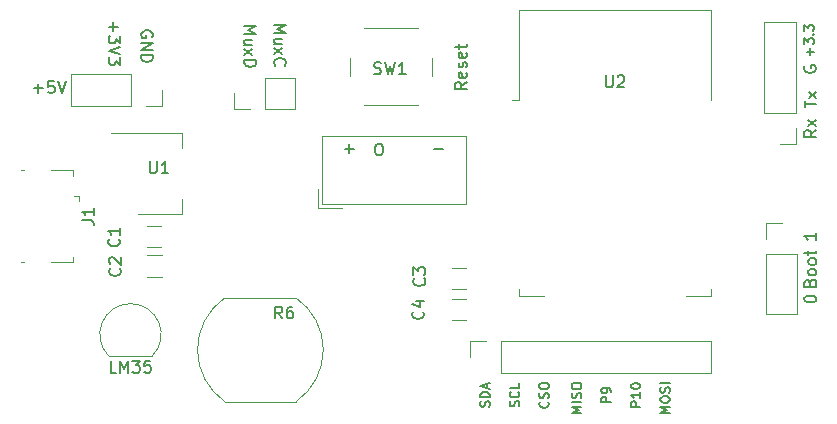
<source format=gbr>
%TF.GenerationSoftware,KiCad,Pcbnew,(5.1.5)-3*%
%TF.CreationDate,2021-01-03T00:19:50+13:00*%
%TF.ProjectId,SensorNodeCircuit,53656e73-6f72-44e6-9f64-654369726375,rev?*%
%TF.SameCoordinates,Original*%
%TF.FileFunction,Legend,Top*%
%TF.FilePolarity,Positive*%
%FSLAX46Y46*%
G04 Gerber Fmt 4.6, Leading zero omitted, Abs format (unit mm)*
G04 Created by KiCad (PCBNEW (5.1.5)-3) date 2021-01-03 00:19:50*
%MOMM*%
%LPD*%
G04 APERTURE LIST*
%ADD10C,0.150000*%
%ADD11C,0.120000*%
G04 APERTURE END LIST*
D10*
X102714285Y-83071428D02*
X103476190Y-83071428D01*
X103095238Y-83452380D02*
X103095238Y-82690476D01*
X104428571Y-82452380D02*
X103952380Y-82452380D01*
X103904761Y-82928571D01*
X103952380Y-82880952D01*
X104047619Y-82833333D01*
X104285714Y-82833333D01*
X104380952Y-82880952D01*
X104428571Y-82928571D01*
X104476190Y-83023809D01*
X104476190Y-83261904D01*
X104428571Y-83357142D01*
X104380952Y-83404761D01*
X104285714Y-83452380D01*
X104047619Y-83452380D01*
X103952380Y-83404761D01*
X103904761Y-83357142D01*
X104761904Y-82452380D02*
X105095238Y-83452380D01*
X105428571Y-82452380D01*
X156561904Y-110557142D02*
X155761904Y-110557142D01*
X156333333Y-110290476D01*
X155761904Y-110023809D01*
X156561904Y-110023809D01*
X155761904Y-109490476D02*
X155761904Y-109338095D01*
X155800000Y-109261904D01*
X155876190Y-109185714D01*
X156028571Y-109147619D01*
X156295238Y-109147619D01*
X156447619Y-109185714D01*
X156523809Y-109261904D01*
X156561904Y-109338095D01*
X156561904Y-109490476D01*
X156523809Y-109566666D01*
X156447619Y-109642857D01*
X156295238Y-109680952D01*
X156028571Y-109680952D01*
X155876190Y-109642857D01*
X155800000Y-109566666D01*
X155761904Y-109490476D01*
X156523809Y-108842857D02*
X156561904Y-108728571D01*
X156561904Y-108538095D01*
X156523809Y-108461904D01*
X156485714Y-108423809D01*
X156409523Y-108385714D01*
X156333333Y-108385714D01*
X156257142Y-108423809D01*
X156219047Y-108461904D01*
X156180952Y-108538095D01*
X156142857Y-108690476D01*
X156104761Y-108766666D01*
X156066666Y-108804761D01*
X155990476Y-108842857D01*
X155914285Y-108842857D01*
X155838095Y-108804761D01*
X155800000Y-108766666D01*
X155761904Y-108690476D01*
X155761904Y-108500000D01*
X155800000Y-108385714D01*
X156561904Y-108042857D02*
X155761904Y-108042857D01*
X154061904Y-110021428D02*
X153261904Y-110021428D01*
X153261904Y-109716666D01*
X153300000Y-109640476D01*
X153338095Y-109602380D01*
X153414285Y-109564285D01*
X153528571Y-109564285D01*
X153604761Y-109602380D01*
X153642857Y-109640476D01*
X153680952Y-109716666D01*
X153680952Y-110021428D01*
X154061904Y-108802380D02*
X154061904Y-109259523D01*
X154061904Y-109030952D02*
X153261904Y-109030952D01*
X153376190Y-109107142D01*
X153452380Y-109183333D01*
X153490476Y-109259523D01*
X153261904Y-108307142D02*
X153261904Y-108230952D01*
X153300000Y-108154761D01*
X153338095Y-108116666D01*
X153414285Y-108078571D01*
X153566666Y-108040476D01*
X153757142Y-108040476D01*
X153909523Y-108078571D01*
X153985714Y-108116666D01*
X154023809Y-108154761D01*
X154061904Y-108230952D01*
X154061904Y-108307142D01*
X154023809Y-108383333D01*
X153985714Y-108421428D01*
X153909523Y-108459523D01*
X153757142Y-108497619D01*
X153566666Y-108497619D01*
X153414285Y-108459523D01*
X153338095Y-108421428D01*
X153300000Y-108383333D01*
X153261904Y-108307142D01*
X151561904Y-109640476D02*
X150761904Y-109640476D01*
X150761904Y-109335714D01*
X150800000Y-109259523D01*
X150838095Y-109221428D01*
X150914285Y-109183333D01*
X151028571Y-109183333D01*
X151104761Y-109221428D01*
X151142857Y-109259523D01*
X151180952Y-109335714D01*
X151180952Y-109640476D01*
X151561904Y-108802380D02*
X151561904Y-108650000D01*
X151523809Y-108573809D01*
X151485714Y-108535714D01*
X151371428Y-108459523D01*
X151219047Y-108421428D01*
X150914285Y-108421428D01*
X150838095Y-108459523D01*
X150800000Y-108497619D01*
X150761904Y-108573809D01*
X150761904Y-108726190D01*
X150800000Y-108802380D01*
X150838095Y-108840476D01*
X150914285Y-108878571D01*
X151104761Y-108878571D01*
X151180952Y-108840476D01*
X151219047Y-108802380D01*
X151257142Y-108726190D01*
X151257142Y-108573809D01*
X151219047Y-108497619D01*
X151180952Y-108459523D01*
X151104761Y-108421428D01*
X149061904Y-110557142D02*
X148261904Y-110557142D01*
X148833333Y-110290476D01*
X148261904Y-110023809D01*
X149061904Y-110023809D01*
X149061904Y-109642857D02*
X148261904Y-109642857D01*
X149023809Y-109300000D02*
X149061904Y-109185714D01*
X149061904Y-108995238D01*
X149023809Y-108919047D01*
X148985714Y-108880952D01*
X148909523Y-108842857D01*
X148833333Y-108842857D01*
X148757142Y-108880952D01*
X148719047Y-108919047D01*
X148680952Y-108995238D01*
X148642857Y-109147619D01*
X148604761Y-109223809D01*
X148566666Y-109261904D01*
X148490476Y-109300000D01*
X148414285Y-109300000D01*
X148338095Y-109261904D01*
X148300000Y-109223809D01*
X148261904Y-109147619D01*
X148261904Y-108957142D01*
X148300000Y-108842857D01*
X148261904Y-108347619D02*
X148261904Y-108195238D01*
X148300000Y-108119047D01*
X148376190Y-108042857D01*
X148528571Y-108004761D01*
X148795238Y-108004761D01*
X148947619Y-108042857D01*
X149023809Y-108119047D01*
X149061904Y-108195238D01*
X149061904Y-108347619D01*
X149023809Y-108423809D01*
X148947619Y-108500000D01*
X148795238Y-108538095D01*
X148528571Y-108538095D01*
X148376190Y-108500000D01*
X148300000Y-108423809D01*
X148261904Y-108347619D01*
X146235714Y-109602380D02*
X146273809Y-109640476D01*
X146311904Y-109754761D01*
X146311904Y-109830952D01*
X146273809Y-109945238D01*
X146197619Y-110021428D01*
X146121428Y-110059523D01*
X145969047Y-110097619D01*
X145854761Y-110097619D01*
X145702380Y-110059523D01*
X145626190Y-110021428D01*
X145550000Y-109945238D01*
X145511904Y-109830952D01*
X145511904Y-109754761D01*
X145550000Y-109640476D01*
X145588095Y-109602380D01*
X146273809Y-109297619D02*
X146311904Y-109183333D01*
X146311904Y-108992857D01*
X146273809Y-108916666D01*
X146235714Y-108878571D01*
X146159523Y-108840476D01*
X146083333Y-108840476D01*
X146007142Y-108878571D01*
X145969047Y-108916666D01*
X145930952Y-108992857D01*
X145892857Y-109145238D01*
X145854761Y-109221428D01*
X145816666Y-109259523D01*
X145740476Y-109297619D01*
X145664285Y-109297619D01*
X145588095Y-109259523D01*
X145550000Y-109221428D01*
X145511904Y-109145238D01*
X145511904Y-108954761D01*
X145550000Y-108840476D01*
X145511904Y-108345238D02*
X145511904Y-108192857D01*
X145550000Y-108116666D01*
X145626190Y-108040476D01*
X145778571Y-108002380D01*
X146045238Y-108002380D01*
X146197619Y-108040476D01*
X146273809Y-108116666D01*
X146311904Y-108192857D01*
X146311904Y-108345238D01*
X146273809Y-108421428D01*
X146197619Y-108497619D01*
X146045238Y-108535714D01*
X145778571Y-108535714D01*
X145626190Y-108497619D01*
X145550000Y-108421428D01*
X145511904Y-108345238D01*
X143773809Y-110002380D02*
X143811904Y-109888095D01*
X143811904Y-109697619D01*
X143773809Y-109621428D01*
X143735714Y-109583333D01*
X143659523Y-109545238D01*
X143583333Y-109545238D01*
X143507142Y-109583333D01*
X143469047Y-109621428D01*
X143430952Y-109697619D01*
X143392857Y-109850000D01*
X143354761Y-109926190D01*
X143316666Y-109964285D01*
X143240476Y-110002380D01*
X143164285Y-110002380D01*
X143088095Y-109964285D01*
X143050000Y-109926190D01*
X143011904Y-109850000D01*
X143011904Y-109659523D01*
X143050000Y-109545238D01*
X143735714Y-108745238D02*
X143773809Y-108783333D01*
X143811904Y-108897619D01*
X143811904Y-108973809D01*
X143773809Y-109088095D01*
X143697619Y-109164285D01*
X143621428Y-109202380D01*
X143469047Y-109240476D01*
X143354761Y-109240476D01*
X143202380Y-109202380D01*
X143126190Y-109164285D01*
X143050000Y-109088095D01*
X143011904Y-108973809D01*
X143011904Y-108897619D01*
X143050000Y-108783333D01*
X143088095Y-108745238D01*
X143811904Y-108021428D02*
X143811904Y-108402380D01*
X143011904Y-108402380D01*
X141273809Y-110021428D02*
X141311904Y-109907142D01*
X141311904Y-109716666D01*
X141273809Y-109640476D01*
X141235714Y-109602380D01*
X141159523Y-109564285D01*
X141083333Y-109564285D01*
X141007142Y-109602380D01*
X140969047Y-109640476D01*
X140930952Y-109716666D01*
X140892857Y-109869047D01*
X140854761Y-109945238D01*
X140816666Y-109983333D01*
X140740476Y-110021428D01*
X140664285Y-110021428D01*
X140588095Y-109983333D01*
X140550000Y-109945238D01*
X140511904Y-109869047D01*
X140511904Y-109678571D01*
X140550000Y-109564285D01*
X141311904Y-109221428D02*
X140511904Y-109221428D01*
X140511904Y-109030952D01*
X140550000Y-108916666D01*
X140626190Y-108840476D01*
X140702380Y-108802380D01*
X140854761Y-108764285D01*
X140969047Y-108764285D01*
X141121428Y-108802380D01*
X141197619Y-108840476D01*
X141273809Y-108916666D01*
X141311904Y-109030952D01*
X141311904Y-109221428D01*
X141083333Y-108459523D02*
X141083333Y-108078571D01*
X141311904Y-108535714D02*
X140511904Y-108269047D01*
X141311904Y-108002380D01*
X168428571Y-99519047D02*
X168476190Y-99376190D01*
X168523809Y-99328571D01*
X168619047Y-99280952D01*
X168761904Y-99280952D01*
X168857142Y-99328571D01*
X168904761Y-99376190D01*
X168952380Y-99471428D01*
X168952380Y-99852380D01*
X167952380Y-99852380D01*
X167952380Y-99519047D01*
X168000000Y-99423809D01*
X168047619Y-99376190D01*
X168142857Y-99328571D01*
X168238095Y-99328571D01*
X168333333Y-99376190D01*
X168380952Y-99423809D01*
X168428571Y-99519047D01*
X168428571Y-99852380D01*
X168952380Y-98709523D02*
X168904761Y-98804761D01*
X168857142Y-98852380D01*
X168761904Y-98900000D01*
X168476190Y-98900000D01*
X168380952Y-98852380D01*
X168333333Y-98804761D01*
X168285714Y-98709523D01*
X168285714Y-98566666D01*
X168333333Y-98471428D01*
X168380952Y-98423809D01*
X168476190Y-98376190D01*
X168761904Y-98376190D01*
X168857142Y-98423809D01*
X168904761Y-98471428D01*
X168952380Y-98566666D01*
X168952380Y-98709523D01*
X168952380Y-97804761D02*
X168904761Y-97900000D01*
X168857142Y-97947619D01*
X168761904Y-97995238D01*
X168476190Y-97995238D01*
X168380952Y-97947619D01*
X168333333Y-97900000D01*
X168285714Y-97804761D01*
X168285714Y-97661904D01*
X168333333Y-97566666D01*
X168380952Y-97519047D01*
X168476190Y-97471428D01*
X168761904Y-97471428D01*
X168857142Y-97519047D01*
X168904761Y-97566666D01*
X168952380Y-97661904D01*
X168952380Y-97804761D01*
X168285714Y-97185714D02*
X168285714Y-96804761D01*
X167952380Y-97042857D02*
X168809523Y-97042857D01*
X168904761Y-96995238D01*
X168952380Y-96900000D01*
X168952380Y-96804761D01*
X120547619Y-77809523D02*
X121547619Y-77809523D01*
X120833333Y-78142857D01*
X121547619Y-78476190D01*
X120547619Y-78476190D01*
X121214285Y-79380952D02*
X120547619Y-79380952D01*
X121214285Y-78952380D02*
X120690476Y-78952380D01*
X120595238Y-79000000D01*
X120547619Y-79095238D01*
X120547619Y-79238095D01*
X120595238Y-79333333D01*
X120642857Y-79380952D01*
X120547619Y-79761904D02*
X121214285Y-80285714D01*
X121214285Y-79761904D02*
X120547619Y-80285714D01*
X120547619Y-80666666D02*
X121547619Y-80666666D01*
X121547619Y-80904761D01*
X121500000Y-81047619D01*
X121404761Y-81142857D01*
X121309523Y-81190476D01*
X121119047Y-81238095D01*
X120976190Y-81238095D01*
X120785714Y-81190476D01*
X120690476Y-81142857D01*
X120595238Y-81047619D01*
X120547619Y-80904761D01*
X120547619Y-80666666D01*
X123047619Y-77709523D02*
X124047619Y-77709523D01*
X123333333Y-78042857D01*
X124047619Y-78376190D01*
X123047619Y-78376190D01*
X123714285Y-79280952D02*
X123047619Y-79280952D01*
X123714285Y-78852380D02*
X123190476Y-78852380D01*
X123095238Y-78900000D01*
X123047619Y-78995238D01*
X123047619Y-79138095D01*
X123095238Y-79233333D01*
X123142857Y-79280952D01*
X123047619Y-79661904D02*
X123714285Y-80185714D01*
X123714285Y-79661904D02*
X123047619Y-80185714D01*
X123142857Y-81138095D02*
X123095238Y-81090476D01*
X123047619Y-80947619D01*
X123047619Y-80852380D01*
X123095238Y-80709523D01*
X123190476Y-80614285D01*
X123285714Y-80566666D01*
X123476190Y-80519047D01*
X123619047Y-80519047D01*
X123809523Y-80566666D01*
X123904761Y-80614285D01*
X124000000Y-80709523D01*
X124047619Y-80852380D01*
X124047619Y-80947619D01*
X124000000Y-81090476D01*
X123952380Y-81138095D01*
X167952380Y-100947619D02*
X167952380Y-100852380D01*
X168000000Y-100757142D01*
X168047619Y-100709523D01*
X168142857Y-100661904D01*
X168333333Y-100614285D01*
X168571428Y-100614285D01*
X168761904Y-100661904D01*
X168857142Y-100709523D01*
X168904761Y-100757142D01*
X168952380Y-100852380D01*
X168952380Y-100947619D01*
X168904761Y-101042857D01*
X168857142Y-101090476D01*
X168761904Y-101138095D01*
X168571428Y-101185714D01*
X168333333Y-101185714D01*
X168142857Y-101138095D01*
X168047619Y-101090476D01*
X168000000Y-101042857D01*
X167952380Y-100947619D01*
X168952380Y-95314285D02*
X168952380Y-95885714D01*
X168952380Y-95600000D02*
X167952380Y-95600000D01*
X168095238Y-95695238D01*
X168190476Y-95790476D01*
X168238095Y-95885714D01*
X168457142Y-80257142D02*
X168457142Y-79647619D01*
X168761904Y-79952380D02*
X168152380Y-79952380D01*
X167961904Y-79342857D02*
X167961904Y-78847619D01*
X168266666Y-79114285D01*
X168266666Y-79000000D01*
X168304761Y-78923809D01*
X168342857Y-78885714D01*
X168419047Y-78847619D01*
X168609523Y-78847619D01*
X168685714Y-78885714D01*
X168723809Y-78923809D01*
X168761904Y-79000000D01*
X168761904Y-79228571D01*
X168723809Y-79304761D01*
X168685714Y-79342857D01*
X168685714Y-78504761D02*
X168723809Y-78466666D01*
X168761904Y-78504761D01*
X168723809Y-78542857D01*
X168685714Y-78504761D01*
X168761904Y-78504761D01*
X167961904Y-78200000D02*
X167961904Y-77704761D01*
X168266666Y-77971428D01*
X168266666Y-77857142D01*
X168304761Y-77780952D01*
X168342857Y-77742857D01*
X168419047Y-77704761D01*
X168609523Y-77704761D01*
X168685714Y-77742857D01*
X168723809Y-77780952D01*
X168761904Y-77857142D01*
X168761904Y-78085714D01*
X168723809Y-78161904D01*
X168685714Y-78200000D01*
X167977200Y-81180895D02*
X167929580Y-81276133D01*
X167929580Y-81418990D01*
X167977200Y-81561847D01*
X168072438Y-81657085D01*
X168167676Y-81704704D01*
X168358152Y-81752323D01*
X168501009Y-81752323D01*
X168691485Y-81704704D01*
X168786723Y-81657085D01*
X168881961Y-81561847D01*
X168929580Y-81418990D01*
X168929580Y-81323752D01*
X168881961Y-81180895D01*
X168834342Y-81133276D01*
X168501009Y-81133276D01*
X168501009Y-81323752D01*
X167980380Y-84673276D02*
X167980380Y-84101847D01*
X168980380Y-84387561D02*
X167980380Y-84387561D01*
X168980380Y-83863752D02*
X168313714Y-83339942D01*
X168313714Y-83863752D02*
X168980380Y-83339942D01*
X168952380Y-86595238D02*
X168476190Y-86928571D01*
X168952380Y-87166666D02*
X167952380Y-87166666D01*
X167952380Y-86785714D01*
X168000000Y-86690476D01*
X168047619Y-86642857D01*
X168142857Y-86595238D01*
X168285714Y-86595238D01*
X168380952Y-86642857D01*
X168428571Y-86690476D01*
X168476190Y-86785714D01*
X168476190Y-87166666D01*
X168952380Y-86261904D02*
X168285714Y-85738095D01*
X168285714Y-86261904D02*
X168952380Y-85738095D01*
X139352380Y-82538095D02*
X138876190Y-82871428D01*
X139352380Y-83109523D02*
X138352380Y-83109523D01*
X138352380Y-82728571D01*
X138400000Y-82633333D01*
X138447619Y-82585714D01*
X138542857Y-82538095D01*
X138685714Y-82538095D01*
X138780952Y-82585714D01*
X138828571Y-82633333D01*
X138876190Y-82728571D01*
X138876190Y-83109523D01*
X139304761Y-81728571D02*
X139352380Y-81823809D01*
X139352380Y-82014285D01*
X139304761Y-82109523D01*
X139209523Y-82157142D01*
X138828571Y-82157142D01*
X138733333Y-82109523D01*
X138685714Y-82014285D01*
X138685714Y-81823809D01*
X138733333Y-81728571D01*
X138828571Y-81680952D01*
X138923809Y-81680952D01*
X139019047Y-82157142D01*
X139304761Y-81300000D02*
X139352380Y-81204761D01*
X139352380Y-81014285D01*
X139304761Y-80919047D01*
X139209523Y-80871428D01*
X139161904Y-80871428D01*
X139066666Y-80919047D01*
X139019047Y-81014285D01*
X139019047Y-81157142D01*
X138971428Y-81252380D01*
X138876190Y-81300000D01*
X138828571Y-81300000D01*
X138733333Y-81252380D01*
X138685714Y-81157142D01*
X138685714Y-81014285D01*
X138733333Y-80919047D01*
X139304761Y-80061904D02*
X139352380Y-80157142D01*
X139352380Y-80347619D01*
X139304761Y-80442857D01*
X139209523Y-80490476D01*
X138828571Y-80490476D01*
X138733333Y-80442857D01*
X138685714Y-80347619D01*
X138685714Y-80157142D01*
X138733333Y-80061904D01*
X138828571Y-80014285D01*
X138923809Y-80014285D01*
X139019047Y-80490476D01*
X138685714Y-79728571D02*
X138685714Y-79347619D01*
X138352380Y-79585714D02*
X139209523Y-79585714D01*
X139304761Y-79538095D01*
X139352380Y-79442857D01*
X139352380Y-79347619D01*
X109428571Y-77488095D02*
X109428571Y-78250000D01*
X109047619Y-77869047D02*
X109809523Y-77869047D01*
X110047619Y-78630952D02*
X110047619Y-79250000D01*
X109666666Y-78916666D01*
X109666666Y-79059523D01*
X109619047Y-79154761D01*
X109571428Y-79202380D01*
X109476190Y-79250000D01*
X109238095Y-79250000D01*
X109142857Y-79202380D01*
X109095238Y-79154761D01*
X109047619Y-79059523D01*
X109047619Y-78773809D01*
X109095238Y-78678571D01*
X109142857Y-78630952D01*
X110047619Y-79535714D02*
X109047619Y-79869047D01*
X110047619Y-80202380D01*
X110047619Y-80440476D02*
X110047619Y-81059523D01*
X109666666Y-80726190D01*
X109666666Y-80869047D01*
X109619047Y-80964285D01*
X109571428Y-81011904D01*
X109476190Y-81059523D01*
X109238095Y-81059523D01*
X109142857Y-81011904D01*
X109095238Y-80964285D01*
X109047619Y-80869047D01*
X109047619Y-80583333D01*
X109095238Y-80488095D01*
X109142857Y-80440476D01*
X112750000Y-78738095D02*
X112797619Y-78642857D01*
X112797619Y-78500000D01*
X112750000Y-78357142D01*
X112654761Y-78261904D01*
X112559523Y-78214285D01*
X112369047Y-78166666D01*
X112226190Y-78166666D01*
X112035714Y-78214285D01*
X111940476Y-78261904D01*
X111845238Y-78357142D01*
X111797619Y-78500000D01*
X111797619Y-78595238D01*
X111845238Y-78738095D01*
X111892857Y-78785714D01*
X112226190Y-78785714D01*
X112226190Y-78595238D01*
X111797619Y-79214285D02*
X112797619Y-79214285D01*
X111797619Y-79785714D01*
X112797619Y-79785714D01*
X111797619Y-80261904D02*
X112797619Y-80261904D01*
X112797619Y-80500000D01*
X112750000Y-80642857D01*
X112654761Y-80738095D01*
X112559523Y-80785714D01*
X112369047Y-80833333D01*
X112226190Y-80833333D01*
X112035714Y-80785714D01*
X111940476Y-80738095D01*
X111845238Y-80642857D01*
X111797619Y-80500000D01*
X111797619Y-80261904D01*
D11*
X112299936Y-96542000D02*
X113504064Y-96542000D01*
X112299936Y-94722000D02*
X113504064Y-94722000D01*
X112337436Y-97222000D02*
X113541564Y-97222000D01*
X112337436Y-99042000D02*
X113541564Y-99042000D01*
X139318564Y-98270000D02*
X138114436Y-98270000D01*
X139318564Y-100090000D02*
X138114436Y-100090000D01*
X139289564Y-102710000D02*
X138085436Y-102710000D01*
X139289564Y-100890000D02*
X138085436Y-100890000D01*
X106000000Y-90000000D02*
X106000000Y-90450000D01*
X104150000Y-90000000D02*
X106000000Y-90000000D01*
X101600000Y-97800000D02*
X101850000Y-97800000D01*
X101600000Y-90000000D02*
X101850000Y-90000000D01*
X104150000Y-97800000D02*
X106000000Y-97800000D01*
X106000000Y-97800000D02*
X106000000Y-97350000D01*
X106550000Y-92200000D02*
X106550000Y-92650000D01*
X106550000Y-92200000D02*
X106100000Y-92200000D01*
X167230000Y-77480000D02*
X164570000Y-77480000D01*
X167230000Y-85160000D02*
X167230000Y-77480000D01*
X164570000Y-85160000D02*
X164570000Y-77480000D01*
X167230000Y-85160000D02*
X164570000Y-85160000D01*
X167230000Y-86430000D02*
X167230000Y-87760000D01*
X167230000Y-87760000D02*
X165900000Y-87760000D01*
X142230000Y-107130000D02*
X142230000Y-104470000D01*
X142230000Y-107130000D02*
X160070000Y-107130000D01*
X160070000Y-107130000D02*
X160070000Y-104470000D01*
X142230000Y-104470000D02*
X160070000Y-104470000D01*
X139630000Y-104470000D02*
X140960000Y-104470000D01*
X139630000Y-105800000D02*
X139630000Y-104470000D01*
X164706000Y-102198000D02*
X167366000Y-102198000D01*
X164706000Y-97058000D02*
X164706000Y-102198000D01*
X167366000Y-97058000D02*
X167366000Y-102198000D01*
X164706000Y-97058000D02*
X167366000Y-97058000D01*
X164706000Y-95788000D02*
X164706000Y-94458000D01*
X164706000Y-94458000D02*
X166036000Y-94458000D01*
X110970000Y-81870000D02*
X110970000Y-84530000D01*
X110970000Y-81870000D02*
X105830000Y-81870000D01*
X105830000Y-81870000D02*
X105830000Y-84530000D01*
X110970000Y-84530000D02*
X105830000Y-84530000D01*
X113570000Y-84530000D02*
X112240000Y-84530000D01*
X113570000Y-83200000D02*
X113570000Y-84530000D01*
X124870000Y-84830000D02*
X124870000Y-82170000D01*
X122270000Y-84830000D02*
X124870000Y-84830000D01*
X122270000Y-82170000D02*
X124870000Y-82170000D01*
X122270000Y-84830000D02*
X122270000Y-82170000D01*
X121000000Y-84830000D02*
X119670000Y-84830000D01*
X119670000Y-84830000D02*
X119670000Y-83500000D01*
X118900000Y-109600000D02*
X124900000Y-109600000D01*
X118900000Y-100800000D02*
X124900000Y-100800000D01*
X118867350Y-100822440D02*
G75*
G03X118900000Y-109600000I3032650J-4377560D01*
G01*
X124932650Y-109577560D02*
G75*
G03X124900000Y-100800000I-3032650J4377560D01*
G01*
X115260000Y-93710000D02*
X115260000Y-92450000D01*
X115260000Y-86890000D02*
X115260000Y-88150000D01*
X111500000Y-93710000D02*
X115260000Y-93710000D01*
X109250000Y-86890000D02*
X115260000Y-86890000D01*
X143771001Y-76451001D02*
X160011001Y-76451001D01*
X160011001Y-76451001D02*
X160011001Y-84071001D01*
X160011001Y-100071001D02*
X160011001Y-100691001D01*
X160011001Y-100691001D02*
X157891001Y-100691001D01*
X145891001Y-100691001D02*
X143771001Y-100691001D01*
X143771001Y-100691001D02*
X143771001Y-100071001D01*
X143771001Y-84071001D02*
X143771001Y-76451001D01*
X143771001Y-84071001D02*
X143161001Y-84071001D01*
X109100000Y-105750000D02*
X112700000Y-105750000D01*
X109061522Y-105738478D02*
G75*
G02X110900000Y-101300000I1838478J1838478D01*
G01*
X112738478Y-105738478D02*
G75*
G03X110900000Y-101300000I-1838478J1838478D01*
G01*
X127080000Y-92870000D02*
X127080000Y-87130000D01*
X127080000Y-87120000D02*
X139340000Y-87120000D01*
X139340000Y-87120000D02*
X139340000Y-92880000D01*
X139340000Y-92880000D02*
X127090000Y-92880000D01*
X126800000Y-93160000D02*
X128800000Y-93160000D01*
X126800000Y-93160000D02*
X126800000Y-91550000D01*
X135200000Y-78000000D02*
X130700000Y-78000000D01*
X136450000Y-82000000D02*
X136450000Y-80500000D01*
X130700000Y-84500000D02*
X135200000Y-84500000D01*
X129450000Y-80500000D02*
X129450000Y-82000000D01*
D10*
X109909142Y-95838666D02*
X109956761Y-95886285D01*
X110004380Y-96029142D01*
X110004380Y-96124380D01*
X109956761Y-96267238D01*
X109861523Y-96362476D01*
X109766285Y-96410095D01*
X109575809Y-96457714D01*
X109432952Y-96457714D01*
X109242476Y-96410095D01*
X109147238Y-96362476D01*
X109052000Y-96267238D01*
X109004380Y-96124380D01*
X109004380Y-96029142D01*
X109052000Y-95886285D01*
X109099619Y-95838666D01*
X110004380Y-94886285D02*
X110004380Y-95457714D01*
X110004380Y-95172000D02*
X109004380Y-95172000D01*
X109147238Y-95267238D01*
X109242476Y-95362476D01*
X109290095Y-95457714D01*
X109989142Y-98318666D02*
X110036761Y-98366285D01*
X110084380Y-98509142D01*
X110084380Y-98604380D01*
X110036761Y-98747238D01*
X109941523Y-98842476D01*
X109846285Y-98890095D01*
X109655809Y-98937714D01*
X109512952Y-98937714D01*
X109322476Y-98890095D01*
X109227238Y-98842476D01*
X109132000Y-98747238D01*
X109084380Y-98604380D01*
X109084380Y-98509142D01*
X109132000Y-98366285D01*
X109179619Y-98318666D01*
X109179619Y-97937714D02*
X109132000Y-97890095D01*
X109084380Y-97794857D01*
X109084380Y-97556761D01*
X109132000Y-97461523D01*
X109179619Y-97413904D01*
X109274857Y-97366285D01*
X109370095Y-97366285D01*
X109512952Y-97413904D01*
X110084380Y-97985333D01*
X110084380Y-97366285D01*
X135757142Y-99166666D02*
X135804761Y-99214285D01*
X135852380Y-99357142D01*
X135852380Y-99452380D01*
X135804761Y-99595238D01*
X135709523Y-99690476D01*
X135614285Y-99738095D01*
X135423809Y-99785714D01*
X135280952Y-99785714D01*
X135090476Y-99738095D01*
X134995238Y-99690476D01*
X134900000Y-99595238D01*
X134852380Y-99452380D01*
X134852380Y-99357142D01*
X134900000Y-99214285D01*
X134947619Y-99166666D01*
X134852380Y-98833333D02*
X134852380Y-98214285D01*
X135233333Y-98547619D01*
X135233333Y-98404761D01*
X135280952Y-98309523D01*
X135328571Y-98261904D01*
X135423809Y-98214285D01*
X135661904Y-98214285D01*
X135757142Y-98261904D01*
X135804761Y-98309523D01*
X135852380Y-98404761D01*
X135852380Y-98690476D01*
X135804761Y-98785714D01*
X135757142Y-98833333D01*
X135657142Y-101966666D02*
X135704761Y-102014285D01*
X135752380Y-102157142D01*
X135752380Y-102252380D01*
X135704761Y-102395238D01*
X135609523Y-102490476D01*
X135514285Y-102538095D01*
X135323809Y-102585714D01*
X135180952Y-102585714D01*
X134990476Y-102538095D01*
X134895238Y-102490476D01*
X134800000Y-102395238D01*
X134752380Y-102252380D01*
X134752380Y-102157142D01*
X134800000Y-102014285D01*
X134847619Y-101966666D01*
X135085714Y-101109523D02*
X135752380Y-101109523D01*
X134704761Y-101347619D02*
X135419047Y-101585714D01*
X135419047Y-100966666D01*
X106802380Y-94233333D02*
X107516666Y-94233333D01*
X107659523Y-94280952D01*
X107754761Y-94376190D01*
X107802380Y-94519047D01*
X107802380Y-94614285D01*
X107802380Y-93233333D02*
X107802380Y-93804761D01*
X107802380Y-93519047D02*
X106802380Y-93519047D01*
X106945238Y-93614285D01*
X107040476Y-93709523D01*
X107088095Y-93804761D01*
X123733333Y-102556380D02*
X123400000Y-102080190D01*
X123161904Y-102556380D02*
X123161904Y-101556380D01*
X123542857Y-101556380D01*
X123638095Y-101604000D01*
X123685714Y-101651619D01*
X123733333Y-101746857D01*
X123733333Y-101889714D01*
X123685714Y-101984952D01*
X123638095Y-102032571D01*
X123542857Y-102080190D01*
X123161904Y-102080190D01*
X124590476Y-101556380D02*
X124400000Y-101556380D01*
X124304761Y-101604000D01*
X124257142Y-101651619D01*
X124161904Y-101794476D01*
X124114285Y-101984952D01*
X124114285Y-102365904D01*
X124161904Y-102461142D01*
X124209523Y-102508761D01*
X124304761Y-102556380D01*
X124495238Y-102556380D01*
X124590476Y-102508761D01*
X124638095Y-102461142D01*
X124685714Y-102365904D01*
X124685714Y-102127809D01*
X124638095Y-102032571D01*
X124590476Y-101984952D01*
X124495238Y-101937333D01*
X124304761Y-101937333D01*
X124209523Y-101984952D01*
X124161904Y-102032571D01*
X124114285Y-102127809D01*
X112538095Y-89252380D02*
X112538095Y-90061904D01*
X112585714Y-90157142D01*
X112633333Y-90204761D01*
X112728571Y-90252380D01*
X112919047Y-90252380D01*
X113014285Y-90204761D01*
X113061904Y-90157142D01*
X113109523Y-90061904D01*
X113109523Y-89252380D01*
X114109523Y-90252380D02*
X113538095Y-90252380D01*
X113823809Y-90252380D02*
X113823809Y-89252380D01*
X113728571Y-89395238D01*
X113633333Y-89490476D01*
X113538095Y-89538095D01*
X151152895Y-81978780D02*
X151152895Y-82788304D01*
X151200514Y-82883542D01*
X151248133Y-82931161D01*
X151343371Y-82978780D01*
X151533847Y-82978780D01*
X151629085Y-82931161D01*
X151676704Y-82883542D01*
X151724323Y-82788304D01*
X151724323Y-81978780D01*
X152152895Y-82074019D02*
X152200514Y-82026400D01*
X152295752Y-81978780D01*
X152533847Y-81978780D01*
X152629085Y-82026400D01*
X152676704Y-82074019D01*
X152724323Y-82169257D01*
X152724323Y-82264495D01*
X152676704Y-82407352D01*
X152105276Y-82978780D01*
X152724323Y-82978780D01*
X109685714Y-107142380D02*
X109209523Y-107142380D01*
X109209523Y-106142380D01*
X110019047Y-107142380D02*
X110019047Y-106142380D01*
X110352380Y-106856666D01*
X110685714Y-106142380D01*
X110685714Y-107142380D01*
X111066666Y-106142380D02*
X111685714Y-106142380D01*
X111352380Y-106523333D01*
X111495238Y-106523333D01*
X111590476Y-106570952D01*
X111638095Y-106618571D01*
X111685714Y-106713809D01*
X111685714Y-106951904D01*
X111638095Y-107047142D01*
X111590476Y-107094761D01*
X111495238Y-107142380D01*
X111209523Y-107142380D01*
X111114285Y-107094761D01*
X111066666Y-107047142D01*
X112590476Y-106142380D02*
X112114285Y-106142380D01*
X112066666Y-106618571D01*
X112114285Y-106570952D01*
X112209523Y-106523333D01*
X112447619Y-106523333D01*
X112542857Y-106570952D01*
X112590476Y-106618571D01*
X112638095Y-106713809D01*
X112638095Y-106951904D01*
X112590476Y-107047142D01*
X112542857Y-107094761D01*
X112447619Y-107142380D01*
X112209523Y-107142380D01*
X112114285Y-107094761D01*
X112066666Y-107047142D01*
X129421428Y-88580952D02*
X129421428Y-87819047D01*
X129802380Y-88200000D02*
X129040476Y-88200000D01*
X136569047Y-88171428D02*
X137330952Y-88171428D01*
X131854761Y-87752380D02*
X132045238Y-87752380D01*
X132140476Y-87800000D01*
X132235714Y-87895238D01*
X132283333Y-88085714D01*
X132283333Y-88419047D01*
X132235714Y-88609523D01*
X132140476Y-88704761D01*
X132045238Y-88752380D01*
X131854761Y-88752380D01*
X131759523Y-88704761D01*
X131664285Y-88609523D01*
X131616666Y-88419047D01*
X131616666Y-88085714D01*
X131664285Y-87895238D01*
X131759523Y-87800000D01*
X131854761Y-87752380D01*
X131537466Y-81816361D02*
X131680323Y-81863980D01*
X131918419Y-81863980D01*
X132013657Y-81816361D01*
X132061276Y-81768742D01*
X132108895Y-81673504D01*
X132108895Y-81578266D01*
X132061276Y-81483028D01*
X132013657Y-81435409D01*
X131918419Y-81387790D01*
X131727942Y-81340171D01*
X131632704Y-81292552D01*
X131585085Y-81244933D01*
X131537466Y-81149695D01*
X131537466Y-81054457D01*
X131585085Y-80959219D01*
X131632704Y-80911600D01*
X131727942Y-80863980D01*
X131966038Y-80863980D01*
X132108895Y-80911600D01*
X132442228Y-80863980D02*
X132680323Y-81863980D01*
X132870800Y-81149695D01*
X133061276Y-81863980D01*
X133299371Y-80863980D01*
X134204133Y-81863980D02*
X133632704Y-81863980D01*
X133918419Y-81863980D02*
X133918419Y-80863980D01*
X133823180Y-81006838D01*
X133727942Y-81102076D01*
X133632704Y-81149695D01*
M02*

</source>
